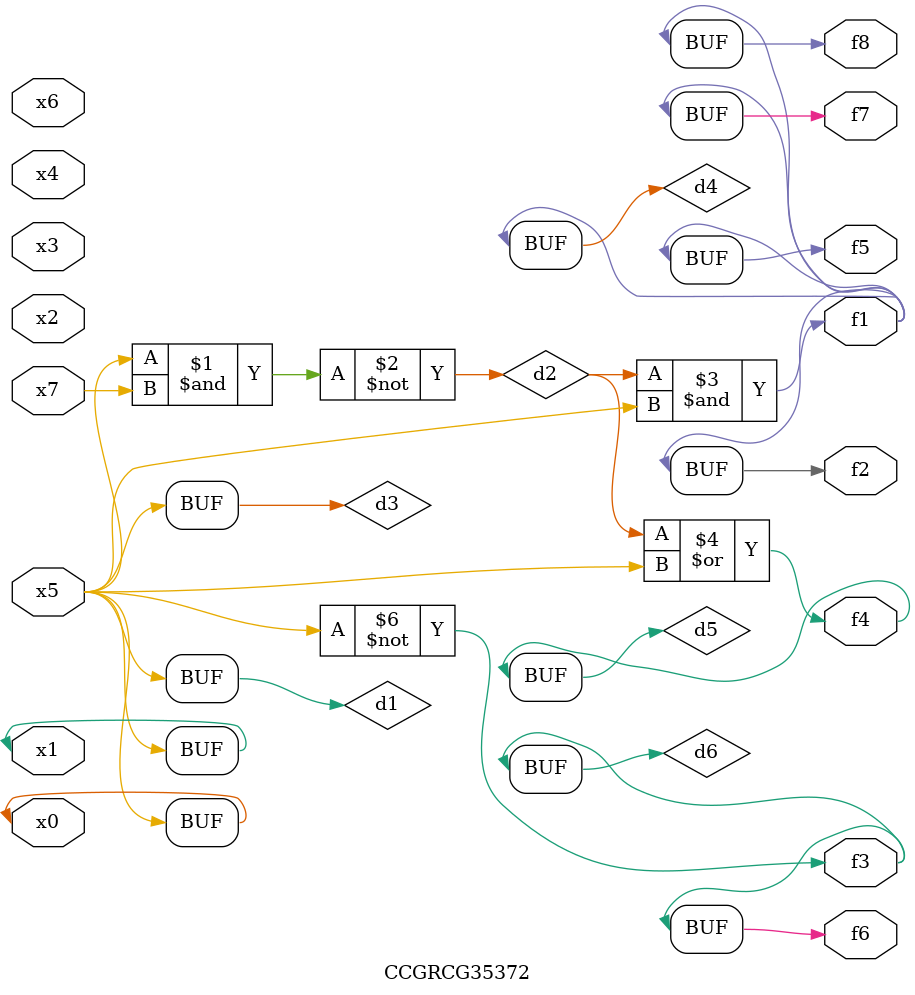
<source format=v>
module CCGRCG35372(
	input x0, x1, x2, x3, x4, x5, x6, x7,
	output f1, f2, f3, f4, f5, f6, f7, f8
);

	wire d1, d2, d3, d4, d5, d6;

	buf (d1, x0, x5);
	nand (d2, x5, x7);
	buf (d3, x0, x1);
	and (d4, d2, d3);
	or (d5, d2, d3);
	nor (d6, d1, d3);
	assign f1 = d4;
	assign f2 = d4;
	assign f3 = d6;
	assign f4 = d5;
	assign f5 = d4;
	assign f6 = d6;
	assign f7 = d4;
	assign f8 = d4;
endmodule

</source>
